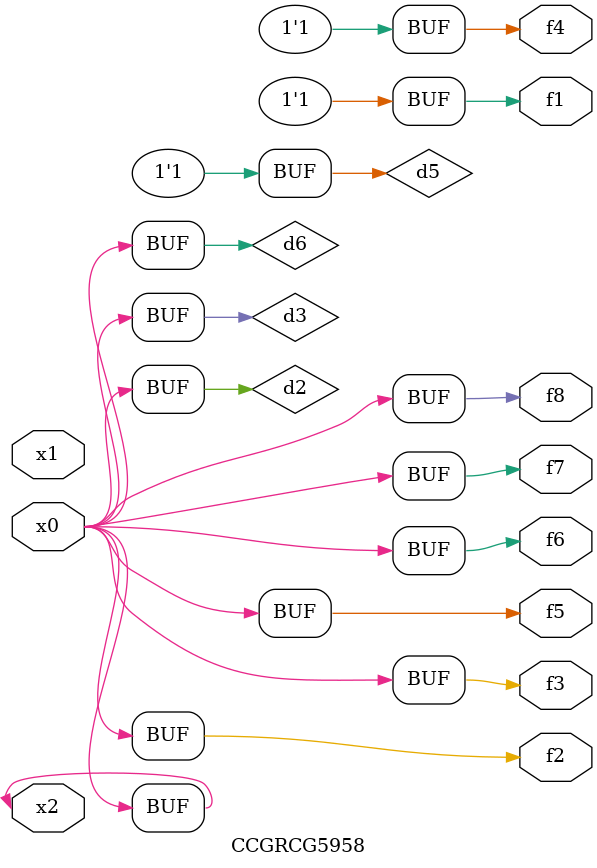
<source format=v>
module CCGRCG5958(
	input x0, x1, x2,
	output f1, f2, f3, f4, f5, f6, f7, f8
);

	wire d1, d2, d3, d4, d5, d6;

	xnor (d1, x2);
	buf (d2, x0, x2);
	and (d3, x0);
	xnor (d4, x1, x2);
	nand (d5, d1, d3);
	buf (d6, d2, d3);
	assign f1 = d5;
	assign f2 = d6;
	assign f3 = d6;
	assign f4 = d5;
	assign f5 = d6;
	assign f6 = d6;
	assign f7 = d6;
	assign f8 = d6;
endmodule

</source>
